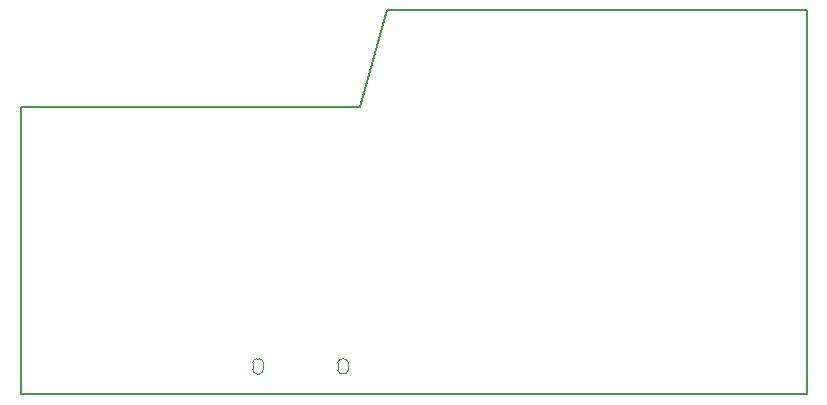
<source format=gbr>
G04 #@! TF.GenerationSoftware,KiCad,Pcbnew,9.0.1*
G04 #@! TF.CreationDate,2025-08-14T12:18:45-07:00*
G04 #@! TF.ProjectId,EL_PSU,454c5f50-5355-42e6-9b69-6361645f7063,rev?*
G04 #@! TF.SameCoordinates,Original*
G04 #@! TF.FileFunction,Profile,NP*
%FSLAX46Y46*%
G04 Gerber Fmt 4.6, Leading zero omitted, Abs format (unit mm)*
G04 Created by KiCad (PCBNEW 9.0.1) date 2025-08-14 12:18:45*
%MOMM*%
%LPD*%
G01*
G04 APERTURE LIST*
G04 #@! TA.AperFunction,Profile*
%ADD10C,0.200000*%
G04 #@! TD*
G04 #@! TA.AperFunction,Profile*
%ADD11C,0.100000*%
G04 #@! TD*
G04 APERTURE END LIST*
D10*
X120473000Y-106489000D02*
X187000000Y-106489000D01*
X187000000Y-106489000D02*
X187000000Y-74000000D01*
X120523000Y-82169000D02*
X149225000Y-82169000D01*
X120523000Y-82169000D02*
X120473000Y-106489000D01*
X187000000Y-74000000D02*
X151511000Y-74000000D01*
X149225000Y-82169000D02*
X151511000Y-74000000D01*
D11*
X140095000Y-104385000D02*
X140095000Y-103835000D01*
X140445000Y-103485000D02*
X140645000Y-103485000D01*
X140645000Y-104785000D02*
X140445000Y-104785000D01*
X140995000Y-103835000D02*
X140995000Y-104385000D01*
X147295000Y-104435000D02*
X147295000Y-103835000D01*
X148195000Y-103835000D02*
X148195000Y-104435000D01*
X140095000Y-103835000D02*
G75*
G02*
X140445000Y-103485000I350001J-1D01*
G01*
X140445000Y-104785000D02*
G75*
G02*
X140095000Y-104385000I25000J375000D01*
G01*
X140645000Y-103485000D02*
G75*
G02*
X140995000Y-103835000I-1J-350001D01*
G01*
X140995000Y-104385000D02*
G75*
G02*
X140645000Y-104785000I-375000J-25000D01*
G01*
X147295000Y-103835000D02*
G75*
G02*
X147745000Y-103485000I400000J-50000D01*
G01*
X147745000Y-103485000D02*
G75*
G02*
X148195000Y-103835000I50000J-400000D01*
G01*
X147745000Y-104785000D02*
G75*
G02*
X147295000Y-104435000I-50000J400000D01*
G01*
X148195000Y-104435000D02*
G75*
G02*
X147745000Y-104785000I-400000J50000D01*
G01*
M02*

</source>
